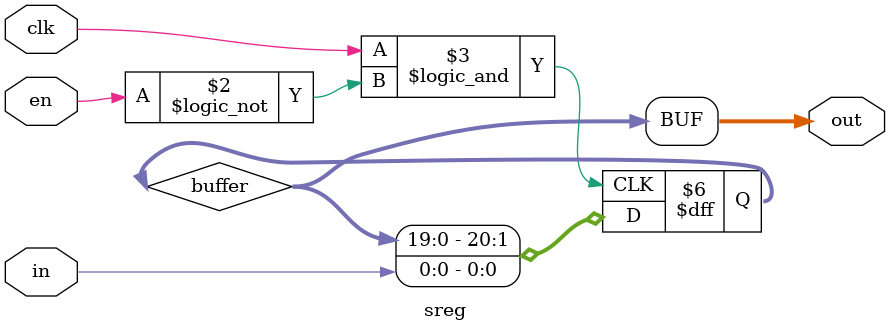
<source format=v>

module sreg #(
    parameter DWIDTH = 21
)(
    input                   clk,
    input                   in,
    output  [DWIDTH-1:0]    out,
    input                   en
);
    reg [DWIDTH-1:0] buffer;
    
    initial
    begin
        buffer = 21'b0;
    end
    always @(negedge clk && !en)
    begin
        //buffer = {buffer[DWIDTH-2:0], in};
        buffer <= buffer << 1;
        buffer[0] <= in; 
    end
    
    assign out = buffer;

endmodule

</source>
